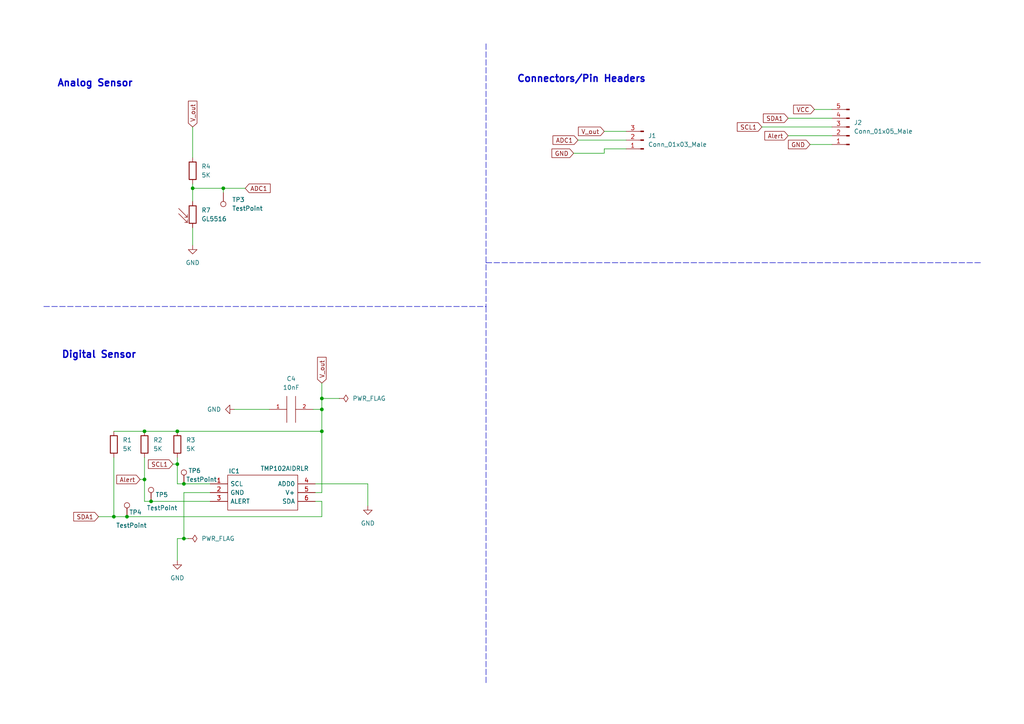
<source format=kicad_sch>
(kicad_sch (version 20211123) (generator eeschema)
  (paper "A4")
  (title_block (title "Sensing SubModule") (date "2022-03-10") (rev "1") (company "University of Cape Town") (comment 4 "Author: Lukhanyo Vena"))
  (lib_symbols
    (symbol "Connector:Conn_01x03_Male" (pin_names (offset 1.016) hide)
      (property "Reference" "J" (at 0 5.08 0))
      (property "Value" "Conn_01x03_Male" (at 0 -5.08 0))
      (symbol "Conn_01x03_Male_1_1"
        (polyline (pts (xy 1.27 -2.54) (xy 0.8636 -2.54)) (stroke (width 0.1524)))
        (polyline (pts (xy 1.27 0) (xy 0.8636 0)) (stroke (width 0.1524)))
        (polyline (pts (xy 1.27 2.54) (xy 0.8636 2.54)) (stroke (width 0.1524)))
        (rectangle (start 0.8636 -2.413) (end 0 -2.667) (stroke (width 0.1524)) (fill (type outline)))
        (rectangle (start 0.8636 0.127) (end 0 -0.127) (stroke (width 0.1524)) (fill (type outline)))
        (rectangle (start 0.8636 2.667) (end 0 2.413) (stroke (width 0.1524)) (fill (type outline)))
        (pin passive line (at 5.08 2.54 180) (length 3.81) (name "Pin_1") (number "1"))
        (pin passive line (at 5.08 0 180) (length 3.81) (name "Pin_2") (number "2"))
        (pin passive line (at 5.08 -2.54 180) (length 3.81) (name "Pin_3") (number "3"))
      )
    )
    (symbol "Connector:Conn_01x05_Male" (pin_names (offset 1.016) hide)
      (property "Reference" "J" (at 0 7.62 0))
      (property "Value" "Conn_01x05_Male" (at 0 -7.62 0))
      (symbol "Conn_01x05_Male_1_1"
        (polyline (pts (xy 1.27 -5.08) (xy 0.8636 -5.08)) (stroke (width 0.1524)))
        (polyline (pts (xy 1.27 -2.54) (xy 0.8636 -2.54)) (stroke (width 0.1524)))
        (polyline (pts (xy 1.27 0) (xy 0.8636 0)) (stroke (width 0.1524)))
        (polyline (pts (xy 1.27 2.54) (xy 0.8636 2.54)) (stroke (width 0.1524)))
        (polyline (pts (xy 1.27 5.08) (xy 0.8636 5.08)) (stroke (width 0.1524)))
        (rectangle (start 0.8636 -4.953) (end 0 -5.207) (stroke (width 0.1524)) (fill (type outline)))
        (rectangle (start 0.8636 -2.413) (end 0 -2.667) (stroke (width 0.1524)) (fill (type outline)))
        (rectangle (start 0.8636 0.127) (end 0 -0.127) (stroke (width 0.1524)) (fill (type outline)))
        (rectangle (start 0.8636 2.667) (end 0 2.413) (stroke (width 0.1524)) (fill (type outline)))
        (rectangle (start 0.8636 5.207) (end 0 4.953) (stroke (width 0.1524)) (fill (type outline)))
        (pin passive line (at 5.08 5.08 180) (length 3.81) (name "Pin_1") (number "1"))
        (pin passive line (at 5.08 2.54 180) (length 3.81) (name "Pin_2") (number "2"))
        (pin passive line (at 5.08 0 180) (length 3.81) (name "Pin_3") (number "3"))
        (pin passive line (at 5.08 -2.54 180) (length 3.81) (name "Pin_4") (number "4"))
        (pin passive line (at 5.08 -5.08 180) (length 3.81) (name "Pin_5") (number "5"))
      )
    )
    (symbol "Connector:TestPoint" (pin_numbers hide) (pin_names (offset 0.762) hide)
      (property "Reference" "TP" (at 0 6.858 0))
      (property "Value" "TestPoint" (at 0 5.08 0))
      (symbol "TestPoint_0_1"
        (circle (center 0 3.302) (radius 0.762))
      )
      (symbol "TestPoint_1_1"
        (pin passive line (at 0 0 90) (length 2.54) (name "1") (number "1"))
      )
    )
    (symbol "Device:R" (pin_numbers hide) (pin_names (offset 0))
      (property "Reference" "R" (at 2.032 0 90))
      (property "Value" "R" (at 0 0 90))
      (symbol "R_0_1"
        (rectangle (start -1.016 -2.54) (end 1.016 2.54) (stroke (width 0.254)))
      )
      (symbol "R_1_1"
        (pin passive line (at 0 3.81 270) (length 1.27) (name "~") (number "1"))
        (pin passive line (at 0 -3.81 90) (length 1.27) (name "~") (number "2"))
      )
    )
    (symbol "Sensor_Optical:LDR03" (pin_numbers hide) (pin_names (offset 0))
      (property "Reference" "R" (at -5.08 0 90))
      (property "Value" "LDR03" (at 1.905 0 90))
      (symbol "LDR03_0_1"
        (rectangle (start -1.016 2.54) (end 1.016 -2.54) (stroke (width 0.254)))
        (polyline (pts (xy -1.524 -2.286) (xy -4.064 0.254)))
        (polyline (pts (xy -1.524 -2.286) (xy -2.286 -2.286)))
        (polyline (pts (xy -1.524 -2.286) (xy -1.524 -1.524)))
        (polyline (pts (xy -1.524 -0.762) (xy -4.064 1.778)))
        (polyline (pts (xy -1.524 -0.762) (xy -2.286 -0.762)))
        (polyline (pts (xy -1.524 -0.762) (xy -1.524 0)))
      )
      (symbol "LDR03_1_1"
        (pin passive line (at 0 3.81 270) (length 1.27) (name "~") (number "1"))
        (pin passive line (at 0 -3.81 90) (length 1.27) (name "~") (number "2"))
      )
    )
    (symbol "TEMP:TMP102AIDRLR" (pin_names (offset 0.762))
      (property "Reference" "IC" (at 26.67 7.62 0))
      (property "Value" "TMP102AIDRLR" (at 26.67 5.08 0))
      (symbol "TMP102AIDRLR_0_0"
        (pin passive line (at 0 0 0) (length 5.08) (name "SCL") (number "1"))
        (pin passive line (at 0 -2.54 0) (length 5.08) (name "GND") (number "2"))
        (pin passive line (at 0 -5.08 0) (length 5.08) (name "ALERT") (number "3"))
        (pin passive line (at 30.48 0 180) (length 5.08) (name "ADD0") (number "4"))
        (pin passive line (at 30.48 -2.54 180) (length 5.08) (name "V+") (number "5"))
        (pin passive line (at 30.48 -5.08 180) (length 5.08) (name "SDA") (number "6"))
      )
      (symbol "TMP102AIDRLR_0_1"
        (polyline (pts (xy 5.08 2.54) (xy 25.4 2.54) (xy 25.4 -7.62) (xy 5.08 -7.62) (xy 5.08 2.54)) (stroke (width 0.1524)))
      )
    )
    (symbol "power:GND" (power) (pin_names (offset 0))
      (property "Value" "GND" (at 0 -3.81 0))
      (symbol "GND_0_1"
        (polyline (pts (xy 0 0) (xy 0 -1.27) (xy 1.27 -1.27) (xy 0 -2.54) (xy -1.27 -1.27) (xy 0 -1.27)))
      )
      (symbol "GND_1_1"
        (pin power_in line (at 0 0 270) (length 0) hide (name "GND") (number "1"))
      )
    )
    (symbol "power:PWR_FLAG" (power) (pin_numbers hide) (pin_names (offset 0) hide)
      (property "Value" "PWR_FLAG" (at 0 3.81 0))
      (symbol "PWR_FLAG_0_0"
        (pin power_out line (at 0 0 90) (length 0) (name "pwr") (number "1"))
      )
      (symbol "PWR_FLAG_0_1"
        (polyline (pts (xy 0 0) (xy 0 1.27) (xy -1.016 1.905) (xy 0 2.54) (xy 1.016 1.905) (xy 0 1.27)))
      )
    )
    (symbol "pspice:CAP" (pin_names (offset 0.254))
      (property "Reference" "C" (at 2.54 3.81 90))
      (property "Value" "CAP" (at 2.54 -3.81 90))
      (symbol "CAP_0_1"
        (polyline (pts (xy -3.81 -1.27) (xy 3.81 -1.27)))
        (polyline (pts (xy -3.81 1.27) (xy 3.81 1.27)))
      )
      (symbol "CAP_1_1"
        (pin passive line (at 0 6.35 270) (length 5.08) (name "~") (number "1"))
        (pin passive line (at 0 -6.35 90) (length 5.08) (name "~") (number "2"))
      )
    )
  )
  (junction (at 64.77 54.61))
  (junction (at 53.34 156.21))
  (junction (at 33.02 149.86))
  (junction (at 51.435 134.62))
  (junction (at 36.83 149.86))
  (junction (at 43.815 145.415))
  (junction (at 41.91 125.095))
  (junction (at 51.435 125.095))
  (junction (at 93.345 115.57))
  (junction (at 55.88 54.61))
  (junction (at 53.34 140.335))
  (junction (at 41.91 139.065))
  (junction (at 93.345 125.095))
  (junction (at 93.345 118.745))
  (wire (pts (xy 51.435 125.095) (xy 93.345 125.095)))
  (wire (pts (xy 28.575 149.86) (xy 33.02 149.86)))
  (wire (pts (xy 40.64 139.065) (xy 41.91 139.065)))
  (wire (pts (xy 55.88 53.34) (xy 55.88 54.61)))
  (wire (pts (xy 53.34 142.875) (xy 53.34 156.21)))
  (wire (pts (xy 51.435 134.62) (xy 51.435 140.335)))
  (wire (pts (xy 106.68 140.335) (xy 106.68 146.685)))
  (wire (pts (xy 91.44 140.335) (xy 106.68 140.335)))
  (wire (pts (xy 236.22 31.75) (xy 241.3 31.75)))
  (wire (pts (xy 93.345 111.125) (xy 93.345 115.57)))
  (wire (pts (xy 166.37 44.45) (xy 175.26 44.45)))
  (polyline (pts (xy 140.97 76.2) (xy 284.48 76.2)))
  (wire (pts (xy 175.26 43.18) (xy 181.61 43.18)))
  (wire (pts (xy 93.345 118.745) (xy 93.345 125.095)))
  (wire (pts (xy 228.6 34.29) (xy 241.3 34.29)))
  (wire (pts (xy 50.165 134.62) (xy 51.435 134.62)))
  (wire (pts (xy 51.435 132.715) (xy 51.435 134.62)))
  (wire (pts (xy 234.95 41.91) (xy 241.3 41.91)))
  (wire (pts (xy 93.345 115.57) (xy 98.425 115.57)))
  (wire (pts (xy 33.02 149.86) (xy 33.02 132.715)))
  (wire (pts (xy 90.805 118.745) (xy 93.345 118.745)))
  (wire (pts (xy 55.88 54.61) (xy 64.77 54.61)))
  (wire (pts (xy 93.345 125.095) (xy 93.345 142.875)))
  (wire (pts (xy 78.105 118.745) (xy 67.945 118.745)))
  (wire (pts (xy 91.44 145.415) (xy 93.345 145.415)))
  (wire (pts (xy 91.44 142.875) (xy 93.345 142.875)))
  (wire (pts (xy 55.88 36.83) (xy 55.88 45.72)))
  (wire (pts (xy 64.77 54.61) (xy 71.12 54.61)))
  (wire (pts (xy 41.91 145.415) (xy 43.815 145.415)))
  (wire (pts (xy 41.91 125.095) (xy 33.02 125.095)))
  (wire (pts (xy 60.96 142.875) (xy 53.34 142.875)))
  (wire (pts (xy 53.34 156.21) (xy 54.61 156.21)))
  (polyline (pts (xy 140.97 88.9) (xy 140.97 88.9)))
  (wire (pts (xy 53.34 140.335) (xy 60.96 140.335)))
  (wire (pts (xy 64.77 54.61) (xy 64.77 55.88)))
  (wire (pts (xy 51.435 156.21) (xy 51.435 162.56)))
  (wire (pts (xy 36.83 149.86) (xy 33.02 149.86)))
  (wire (pts (xy 41.91 132.715) (xy 41.91 139.065)))
  (wire (pts (xy 167.64 40.64) (xy 181.61 40.64)))
  (wire (pts (xy 55.88 66.04) (xy 55.88 71.12)))
  (wire (pts (xy 175.26 38.1) (xy 181.61 38.1)))
  (wire (pts (xy 41.91 139.065) (xy 41.91 145.415)))
  (wire (pts (xy 51.435 125.095) (xy 41.91 125.095)))
  (wire (pts (xy 228.6 39.37) (xy 241.3 39.37)))
  (polyline (pts (xy 140.97 88.9) (xy 140.97 198.12)))
  (wire (pts (xy 43.815 145.415) (xy 60.96 145.415)))
  (wire (pts (xy 53.34 156.21) (xy 51.435 156.21)))
  (wire (pts (xy 93.345 115.57) (xy 93.345 118.745)))
  (wire (pts (xy 93.345 149.86) (xy 36.83 149.86)))
  (polyline (pts (xy 12.7 88.9) (xy 140.97 88.9)))
  (wire (pts (xy 51.435 140.335) (xy 53.34 140.335)))
  (polyline (pts (xy 140.97 12.7) (xy 140.97 88.9)))
  (wire (pts (xy 55.88 54.61) (xy 55.88 58.42)))
  (wire (pts (xy 175.26 44.45) (xy 175.26 43.18)))
  (wire (pts (xy 93.345 149.86) (xy 93.345 145.415)))
  (wire (pts (xy 220.98 36.83) (xy 241.3 36.83)))
  (text "Digital Sensor\n" (at 17.78 104.14 0) (effects (font (size 2 2) bold) (justify left bottom)))
  (text "Connectors/Pin Headers" (at 149.86 24.13 0) (effects (font (size 2 2) bold) (justify left bottom)))
  (text "Analog Sensor\n" (at 16.51 25.4 0) (effects (font (size 2 2) bold) (justify left bottom)))
  (global_label "Alert" (shape input) (at 40.64 139.065 180) (property "Intersheet References" "${INTERSHEET_REFS}" (effects hide)))
  (global_label "V_out" (shape input) (at 55.88 36.83 90) (property "Intersheet References" "${INTERSHEET_REFS}" (effects hide)))
  (global_label "ADC1" (shape input) (at 167.64 40.64 180) (property "Intersheet References" "${INTERSHEET_REFS}" (effects hide)))
  (global_label "SDA1" (shape input) (at 28.575 149.86 180) (property "Intersheet References" "${INTERSHEET_REFS}" (effects hide)))
  (global_label "VCC" (shape input) (at 236.22 31.75 180) (property "Intersheet References" "${INTERSHEET_REFS}" (effects hide)))
  (global_label "SCL1" (shape input) (at 50.165 134.62 180) (property "Intersheet References" "${INTERSHEET_REFS}" (effects hide)))
  (global_label "Alert" (shape input) (at 228.6 39.37 180) (property "Intersheet References" "${INTERSHEET_REFS}" (effects hide)))
  (global_label "V_out" (shape input) (at 93.345 111.125 90) (property "Intersheet References" "${INTERSHEET_REFS}" (effects hide)))
  (global_label "ADC1" (shape input) (at 71.12 54.61 0) (property "Intersheet References" "${INTERSHEET_REFS}" (effects hide)))
  (global_label "V_out" (shape input) (at 175.26 38.1 180) (property "Intersheet References" "${INTERSHEET_REFS}" (effects hide)))
  (global_label "GND" (shape input) (at 234.95 41.91 180) (property "Intersheet References" "${INTERSHEET_REFS}" (effects hide)))
  (global_label "SDA1" (shape input) (at 228.6 34.29 180) (property "Intersheet References" "${INTERSHEET_REFS}" (effects hide)))
  (global_label "SCL1" (shape input) (at 220.98 36.83 180) (property "Intersheet References" "${INTERSHEET_REFS}" (effects hide)))
  (global_label "GND" (shape input) (at 166.37 44.45 180) (property "Intersheet References" "${INTERSHEET_REFS}" (effects hide)))
  (symbol (lib_id "power:GND") (at 51.435 162.56 0) (unit 1)
    (property "Reference" "#PWR02" (effects hide))
    (property "Value" "GND" (at 51.435 167.64 0))
  )
  (symbol (lib_id "Connector:TestPoint") (at 36.83 149.86 0) (unit 1)
    (property "Reference" "TP4" (at 37.465 148.59 0) (effects (justify left)))
    (property "Value" "TestPoint" (at 33.655 152.4 0) (effects (justify left)))
    (property "Footprint" "TestPoint:TestPoint_Pad_1.0x1.0mm" (effects hide))
  )
  (symbol (lib_id "TEMP:TMP102AIDRLR") (at 60.96 140.335 0) (unit 1)
    (property "Reference" "IC1" (at 67.945 136.6521 0))
    (property "Value" "TMP102AIDRLR" (at 82.55 135.89 0))
    (property "Footprint" "SOTFL50P160X60-6N" (effects hide))
    (property "Datasheet" "http://www.ti.com/lit/gpn/tmp102" (effects hide))
    (property "Description" "1.4V-Capable Temperature Sensor with I2C/SMBus Interface and Alert Function in SOT-563" (effects hide))
    (property "Height" "0.6" (effects hide))
    (property "Manufacturer_Name" "Texas Instruments" (effects hide))
    (property "Manufacturer_Part_Number" "TMP102AIDRLR" (effects hide))
    (property "Mouser Part Number" "595-TMP102AIDRLR" (effects hide))
    (property "Mouser Price/Stock" "https://www.mouser.co.uk/ProductDetail/Texas-Instruments/TMP102AIDRLR?qs=SUwrw6jWmlKK8eMrKfK4LA%3D%3D" (effects hide))
    (property "Arrow Part Number" "TMP102AIDRLR" (effects hide))
    (property "Arrow Price/Stock" "https://www.arrow.com/en/products/tmp102aidrlr/texas-instruments?region=nac" (effects hide))
  )
  (symbol (lib_id "power:PWR_FLAG") (at 54.61 156.21 270) (unit 1)
    (property "Reference" "#FLG0102" (effects hide))
    (property "Value" "PWR_FLAG" (at 58.42 156.2099 90) (effects (justify left)))
  )
  (symbol (lib_id "Connector:TestPoint") (at 64.77 55.88 180) (unit 1)
    (property "Reference" "TP3" (at 67.31 57.9119 0) (effects (justify right)))
    (property "Value" "TestPoint" (at 67.31 60.4519 0) (effects (justify right)))
    (property "Footprint" "TestPoint:TestPoint_Pad_1.0x1.0mm" (effects hide))
  )
  (symbol (lib_id "Device:R") (at 51.435 128.905 0) (unit 1)
    (property "Reference" "R3" (at 53.975 127.6349 0) (effects (justify left)))
    (property "Value" "5K" (at 53.975 130.1749 0) (effects (justify left)))
    (property "Footprint" "R5K:RESC2012X60N" (effects hide))
  )
  (symbol (lib_id "Sensor_Optical:LDR03") (at 55.88 62.23 0) (unit 1)
    (property "Reference" "R7" (at 58.42 60.9599 0) (effects (justify left)))
    (property "Value" "GL5516" (at 58.42 63.4999 0) (effects (justify left)))
    (property "Footprint" "LDR:C125629" (effects hide))
    (property "Datasheet" "http://www.elektronica-componenten.nl/WebRoot/StoreNL/Shops/61422969/54F1/BA0C/C664/31B9/2173/C0A8/2AB9/2AEF/LDR03IMP.pdf" (effects hide))
  )
  (symbol (lib_id "pspice:CAP") (at 84.455 118.745 90) (unit 1)
    (property "Reference" "C4" (at 84.455 109.855 90))
    (property "Value" "10nF" (at 84.455 112.395 90))
    (property "Footprint" "CAP_10NF:CAPC1005X55N" (effects hide))
  )
  (symbol (lib_id "power:GND") (at 106.68 146.685 0) (unit 1)
    (property "Reference" "#PWR03" (effects hide))
    (property "Value" "GND" (at 106.68 151.765 0))
  )
  (symbol (lib_id "Connector:TestPoint") (at 43.815 145.415 0) (unit 1)
    (property "Reference" "TP5" (at 45.085 143.51 0) (effects (justify left)))
    (property "Value" "TestPoint" (at 42.545 147.32 0) (effects (justify left)))
    (property "Footprint" "TestPoint:TestPoint_Pad_1.0x1.0mm" (effects hide))
  )
  (symbol (lib_id "Connector:TestPoint") (at 53.34 140.335 0) (unit 1)
    (property "Reference" "TP6" (at 54.61 136.525 0) (effects (justify left)))
    (property "Value" "TestPoint" (at 53.975 139.065 0) (effects (justify left)))
    (property "Footprint" "TestPoint:TestPoint_Pad_1.0x1.0mm" (effects hide))
  )
  (symbol (lib_id "power:PWR_FLAG") (at 98.425 115.57 270) (unit 1)
    (property "Reference" "#FLG0101" (effects hide))
    (property "Value" "PWR_FLAG" (at 102.235 115.5699 90) (effects (justify left)))
  )
  (symbol (lib_id "Device:R") (at 41.91 128.905 0) (unit 1)
    (property "Reference" "R2" (at 44.45 127.6349 0) (effects (justify left)))
    (property "Value" "5K" (at 44.45 130.1749 0) (effects (justify left)))
    (property "Footprint" "R5K:RESC2012X60N" (effects hide))
  )
  (symbol (lib_id "Connector:Conn_01x05_Male") (at 246.38 36.83 180) (unit 1)
    (property "Reference" "J2" (at 247.65 35.5599 0) (effects (justify right)))
    (property "Value" "Conn_01x05_Male" (at 247.65 38.0999 0) (effects (justify right)))
    (property "Footprint" "Connector_PinHeader_1.00mm:PinHeader_1x05_P1.00mm_Vertical_SMD_Pin1Left" (effects hide))
  )
  (symbol (lib_id "power:GND") (at 55.88 71.12 0) (unit 1)
    (property "Reference" "#PWR0101" (effects hide))
    (property "Value" "GND" (at 55.88 76.2 0))
  )
  (symbol (lib_id "Connector:Conn_01x03_Male") (at 186.69 40.64 180) (unit 1)
    (property "Reference" "J1" (at 187.96 39.3699 0) (effects (justify right)))
    (property "Value" "Conn_01x03_Male" (at 187.96 41.9099 0) (effects (justify right)))
    (property "Footprint" "Connector_PinHeader_1.00mm:PinHeader_1x03_P1.00mm_Vertical_SMD_Pin1Left" (effects hide))
  )
  (symbol (lib_id "Device:R") (at 55.88 49.53 0) (unit 1)
    (property "Reference" "R4" (at 58.42 48.2599 0) (effects (justify left)))
    (property "Value" "5K" (at 58.42 50.7999 0) (effects (justify left)))
    (property "Footprint" "R5K:RESC2012X60N" (effects hide))
  )
  (symbol (lib_id "power:GND") (at 67.945 118.745 270) (unit 1)
    (property "Reference" "#PWR01" (effects hide))
    (property "Value" "GND" (at 64.135 118.7449 90) (effects (justify right)))
  )
  (symbol (lib_id "Device:R") (at 33.02 128.905 0) (unit 1)
    (property "Reference" "R1" (at 35.56 127.6349 0) (effects (justify left)))
    (property "Value" "5K" (at 35.56 130.1749 0) (effects (justify left)))
    (property "Footprint" "R5K:RESC2012X60N" (effects hide))
  )
)
</source>
